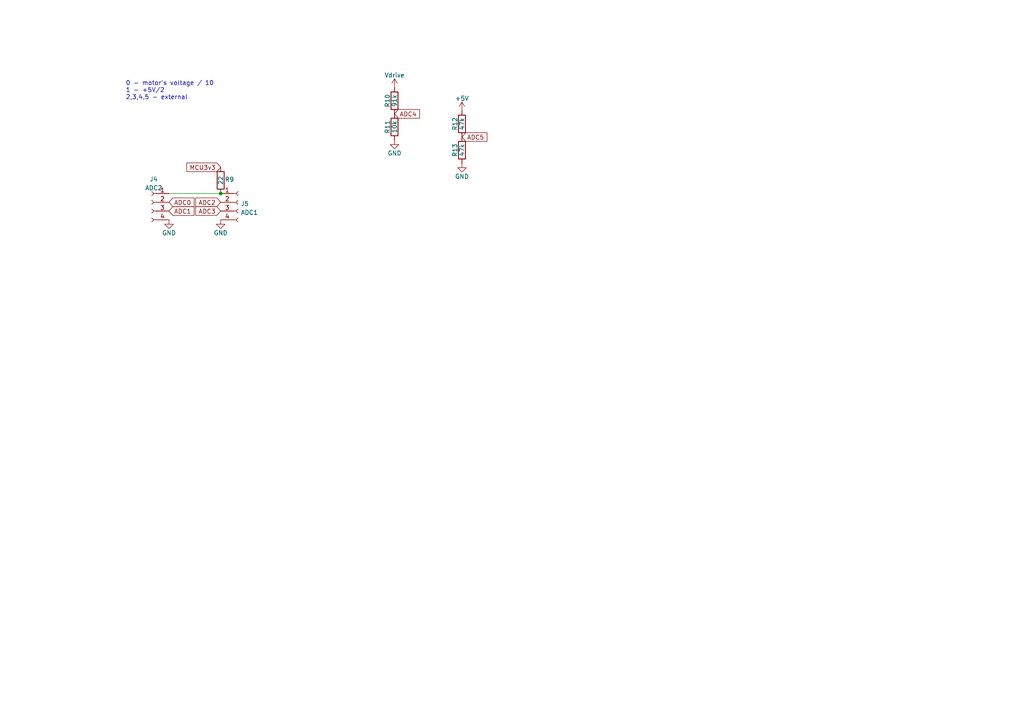
<source format=kicad_sch>
(kicad_sch (version 20211123) (generator eeschema)
  (paper "A4")
  (lib_symbols
    (symbol "Connector:Conn_01x04_Female" (pin_names (offset 1.016) hide)
      (property "Reference" "J" (at 0 5.08 0))
      (property "Value" "Conn_01x04_Female" (at 0 -7.62 0))
      (symbol "Conn_01x04_Female_1_1"
        (arc (start 0 -4.572) (mid -0.508 -5.08) (end 0 -5.588) (stroke (width 0.1524)))
        (arc (start 0 -2.032) (mid -0.508 -2.54) (end 0 -3.048) (stroke (width 0.1524)))
        (polyline (pts (xy -1.27 -5.08) (xy -0.508 -5.08)) (stroke (width 0.1524)))
        (polyline (pts (xy -1.27 -2.54) (xy -0.508 -2.54)) (stroke (width 0.1524)))
        (polyline (pts (xy -1.27 0) (xy -0.508 0)) (stroke (width 0.1524)))
        (polyline (pts (xy -1.27 2.54) (xy -0.508 2.54)) (stroke (width 0.1524)))
        (arc (start 0 0.508) (mid -0.508 0) (end 0 -0.508) (stroke (width 0.1524)))
        (arc (start 0 3.048) (mid -0.508 2.54) (end 0 2.032) (stroke (width 0.1524)))
        (pin passive line (at -5.08 2.54 0) (length 3.81) (name "Pin_1") (number "1"))
        (pin passive line (at -5.08 0 0) (length 3.81) (name "Pin_2") (number "2"))
        (pin passive line (at -5.08 -2.54 0) (length 3.81) (name "Pin_3") (number "3"))
        (pin passive line (at -5.08 -5.08 0) (length 3.81) (name "Pin_4") (number "4"))
      )
    )
    (symbol "Device:R" (pin_numbers hide) (pin_names (offset 0))
      (property "Reference" "R" (at 2.032 0 90))
      (property "Value" "R" (at 0 0 90))
      (symbol "R_0_1"
        (rectangle (start -1.016 -2.54) (end 1.016 2.54) (stroke (width 0.254)))
      )
      (symbol "R_1_1"
        (pin passive line (at 0 3.81 270) (length 1.27) (name "~") (number "1"))
        (pin passive line (at 0 -3.81 90) (length 1.27) (name "~") (number "2"))
      )
    )
    (symbol "power:+5V" (power) (pin_names (offset 0))
      (property "Value" "+5V" (at 0 3.556 0))
      (symbol "+5V_0_1"
        (polyline (pts (xy -0.762 1.27) (xy 0 2.54)))
        (polyline (pts (xy 0 0) (xy 0 2.54)))
        (polyline (pts (xy 0 2.54) (xy 0.762 1.27)))
      )
      (symbol "+5V_1_1"
        (pin power_in line (at 0 0 90) (length 0) hide (name "+5V") (number "1"))
      )
    )
    (symbol "power:Vdrive" (power) (pin_names (offset 0))
      (property "Value" "Vdrive" (at 0 3.81 0))
      (symbol "Vdrive_0_1"
        (polyline (pts (xy -0.762 1.27) (xy 0 2.54)))
        (polyline (pts (xy 0 0) (xy 0 2.54)))
        (polyline (pts (xy 0 2.54) (xy 0.762 1.27)))
      )
      (symbol "Vdrive_1_1"
        (pin power_in line (at 0 0 90) (length 0) hide (name "Vdrive") (number "1"))
      )
    )
    (symbol "stm32-rescue:GND" (power) (pin_names (offset 0))
      (property "Value" "GND" (at 0 -3.81 0))
      (symbol "GND_0_1"
        (polyline (pts (xy 0 0) (xy 0 -1.27) (xy 1.27 -1.27) (xy 0 -2.54) (xy -1.27 -1.27) (xy 0 -1.27)))
      )
      (symbol "GND_1_1"
        (pin power_in line (at 0 0 270) (length 0) hide (name "GND") (number "1"))
      )
    )
  )
  (junction (at 64.008 56.134))
  (wire (pts (xy 49.022 56.134) (xy 64.008 56.134)))
  (text "0 - motor's voltage / 10\n1 - +5V/2\n2,3,4,5 - external" (at 36.449 29.083 0) (effects (font (size 1.27 1.27)) (justify left bottom)))
  (global_label "ADC1" (shape input) (at 49.022 61.214 0) (property "Intersheet References" "${INTERSHEET_REFS}" (effects hide)))
  (global_label "MCU3v3" (shape input) (at 64.008 48.514 180) (property "Intersheet References" "${INTERSHEET_REFS}" (effects hide)))
  (global_label "ADC3" (shape input) (at 64.008 61.214 180) (property "Intersheet References" "${INTERSHEET_REFS}" (effects hide)))
  (global_label "ADC2" (shape input) (at 64.008 58.674 180) (property "Intersheet References" "${INTERSHEET_REFS}" (effects hide)))
  (global_label "ADC4" (shape input) (at 114.427 33.02 0) (property "Intersheet References" "${INTERSHEET_REFS}" (effects hide)))
  (global_label "ADC5" (shape input) (at 133.985 39.751 0) (property "Intersheet References" "${INTERSHEET_REFS}" (effects hide)))
  (global_label "ADC0" (shape input) (at 49.022 58.674 0) (property "Intersheet References" "${INTERSHEET_REFS}" (effects hide)))
  (symbol (lib_id "stm32-rescue:GND") (at 114.427 40.64 0) (unit 1)
    (property "Reference" "#PWR0120" (effects hide))
    (property "Value" "GND" (at 114.427 44.45 0))
  )
  (symbol (lib_id "Device:R") (at 64.008 52.324 0) (unit 1)
    (property "Reference" "R9" (at 66.548 52.07 0))
    (property "Value" "22" (at 64.008 52.324 90))
    (property "Footprint" "Resistor_SMD:R_0603_1608Metric_Pad0.98x0.95mm_HandSolder" (effects hide))
  )
  (symbol (lib_id "Device:R") (at 114.427 29.21 180) (unit 1)
    (property "Reference" "R10" (at 112.395 29.21 90))
    (property "Value" "91k" (at 114.427 29.21 90))
    (property "Footprint" "Resistor_SMD:R_0603_1608Metric_Pad0.98x0.95mm_HandSolder" (effects hide))
  )
  (symbol (lib_id "stm32-rescue:GND") (at 49.022 63.754 0) (unit 1)
    (property "Reference" "#PWR013" (effects hide))
    (property "Value" "GND" (at 49.022 67.564 0))
  )
  (symbol (lib_id "Device:R") (at 114.427 36.83 180) (unit 1)
    (property "Reference" "R11" (at 112.395 36.83 90))
    (property "Value" "10k" (at 114.427 36.83 90))
    (property "Footprint" "Resistor_SMD:R_0603_1608Metric_Pad0.98x0.95mm_HandSolder" (effects hide))
  )
  (symbol (lib_id "Device:R") (at 133.985 43.561 180) (unit 1)
    (property "Reference" "R13" (at 131.953 43.561 90))
    (property "Value" "47k" (at 133.985 43.561 90))
    (property "Footprint" "Resistor_SMD:R_0603_1608Metric_Pad0.98x0.95mm_HandSolder" (effects hide))
  )
  (symbol (lib_id "Connector:Conn_01x04_Female") (at 69.088 58.674 0) (unit 1)
    (property "Reference" "J5" (at 69.7992 59.1093 0) (effects (justify left)))
    (property "Value" "ADC1" (at 69.7992 61.6462 0) (effects (justify left)))
    (property "Footprint" "Connector_JST:JST_PH_B4B-PH-K_1x04_P2.00mm_Vertical" (effects hide))
  )
  (symbol (lib_id "Connector:Conn_01x04_Female") (at 43.942 58.674 0) (mirror y) (unit 1)
    (property "Reference" "J4" (at 44.577 51.977 0))
    (property "Value" "ADC2" (at 44.577 54.5139 0))
    (property "Footprint" "Connector_JST:JST_PH_B4B-PH-K_1x04_P2.00mm_Vertical" (effects hide))
  )
  (symbol (lib_id "stm32-rescue:GND") (at 64.008 63.754 0) (unit 1)
    (property "Reference" "#PWR014" (effects hide))
    (property "Value" "GND" (at 64.008 67.564 0))
  )
  (symbol (lib_id "Device:R") (at 133.985 35.941 180) (unit 1)
    (property "Reference" "R12" (at 131.953 35.941 90))
    (property "Value" "47k" (at 133.985 35.941 90))
    (property "Footprint" "Resistor_SMD:R_0603_1608Metric_Pad0.98x0.95mm_HandSolder" (effects hide))
  )
  (symbol (lib_id "power:+5V") (at 133.985 32.131 0) (unit 1)
    (property "Reference" "#PWR0123" (effects hide))
    (property "Value" "+5V" (at 133.985 28.5552 0))
  )
  (symbol (lib_id "power:Vdrive") (at 114.427 25.4 0) (unit 1)
    (property "Reference" "#PWR0121" (effects hide))
    (property "Value" "Vdrive" (at 114.427 21.8242 0))
  )
  (symbol (lib_id "stm32-rescue:GND") (at 133.985 47.371 0) (unit 1)
    (property "Reference" "#PWR0122" (effects hide))
    (property "Value" "GND" (at 133.985 51.181 0))
  )
)
</source>
